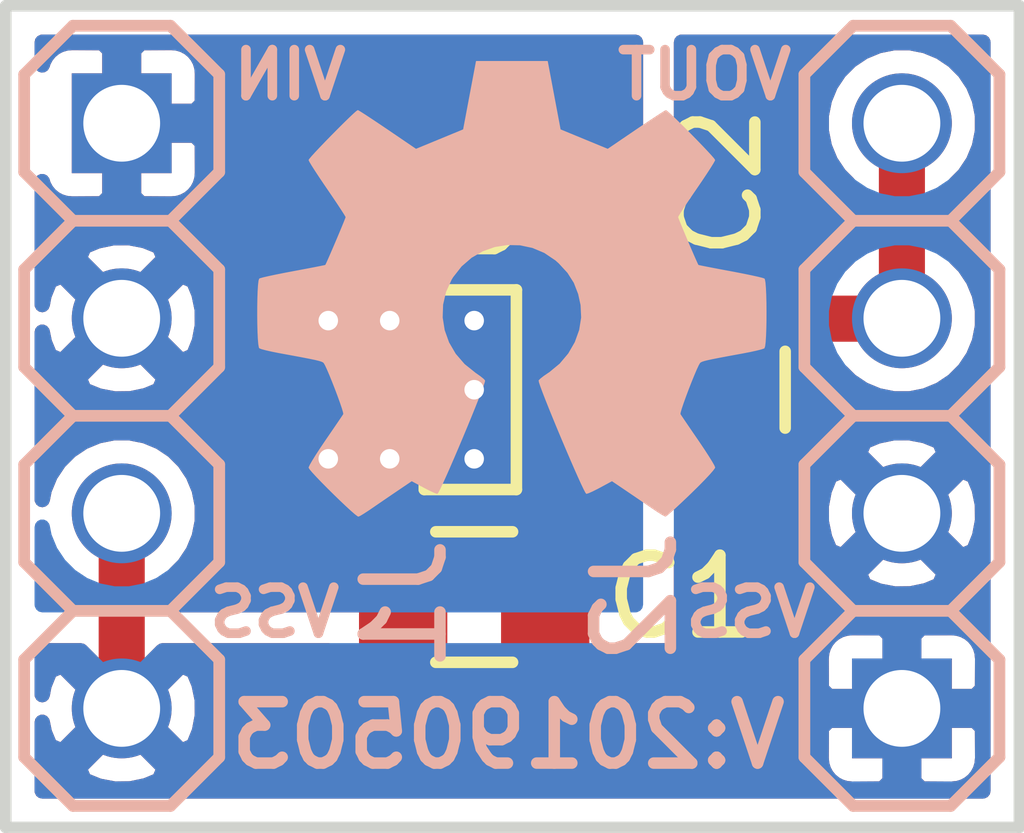
<source format=kicad_pcb>
(kicad_pcb (version 20171130) (host pcbnew 5.1.2-f72e74a~84~ubuntu18.04.1)

  (general
    (thickness 1.6)
    (drawings 4)
    (tracks 20)
    (zones 0)
    (modules 7)
    (nets 4)
  )

  (page A4)
  (layers
    (0 F.Cu signal)
    (31 B.Cu signal)
    (32 B.Adhes user)
    (33 F.Adhes user)
    (34 B.Paste user)
    (35 F.Paste user)
    (36 B.SilkS user)
    (37 F.SilkS user)
    (38 B.Mask user)
    (39 F.Mask user)
    (40 Dwgs.User user)
    (41 Cmts.User user)
    (42 Eco1.User user)
    (43 Eco2.User user)
    (44 Edge.Cuts user)
    (45 Margin user)
    (46 B.CrtYd user)
    (47 F.CrtYd user)
    (48 B.Fab user)
    (49 F.Fab user)
  )

  (setup
    (last_trace_width 0.6)
    (user_trace_width 0.1524)
    (user_trace_width 0.2)
    (user_trace_width 0.3)
    (user_trace_width 0.4)
    (user_trace_width 0.6)
    (user_trace_width 1)
    (user_trace_width 1.5)
    (user_trace_width 2)
    (trace_clearance 0.1524)
    (zone_clearance 0.3)
    (zone_45_only no)
    (trace_min 0.1524)
    (via_size 0.381)
    (via_drill 0.254)
    (via_min_size 0.381)
    (via_min_drill 0.254)
    (user_via 0.4 0.254)
    (user_via 0.6 0.4)
    (user_via 0.8 0.6)
    (user_via 1 0.8)
    (user_via 1.3 1)
    (user_via 1.5 1.2)
    (user_via 1.7 1.4)
    (user_via 1.9 1.6)
    (uvia_size 0.381)
    (uvia_drill 0.254)
    (uvias_allowed no)
    (uvia_min_size 0.381)
    (uvia_min_drill 0.254)
    (edge_width 0.15)
    (segment_width 0.2)
    (pcb_text_width 0.3)
    (pcb_text_size 1.5 1.5)
    (mod_edge_width 0.15)
    (mod_text_size 1 1)
    (mod_text_width 0.15)
    (pad_size 0.6 1)
    (pad_drill 0)
    (pad_to_mask_clearance 0.1)
    (solder_mask_min_width 0.1)
    (pad_to_paste_clearance_ratio -0.15)
    (aux_axis_origin 0 0)
    (visible_elements FFFFFF7F)
    (pcbplotparams
      (layerselection 0x010fc_ffffffff)
      (usegerberextensions true)
      (usegerberattributes false)
      (usegerberadvancedattributes false)
      (creategerberjobfile false)
      (excludeedgelayer true)
      (linewidth 0.100000)
      (plotframeref false)
      (viasonmask false)
      (mode 1)
      (useauxorigin false)
      (hpglpennumber 1)
      (hpglpenspeed 20)
      (hpglpendiameter 15.000000)
      (psnegative false)
      (psa4output false)
      (plotreference true)
      (plotvalue true)
      (plotinvisibletext false)
      (padsonsilk false)
      (subtractmaskfromsilk false)
      (outputformat 1)
      (mirror false)
      (drillshape 0)
      (scaleselection 1)
      (outputdirectory "OSH_Park_2_layer_plots"))
  )

  (net 0 "")
  (net 1 /VSS)
  (net 2 /VIN)
  (net 3 /VOUT)

  (net_class Default "This is the default net class."
    (clearance 0.1524)
    (trace_width 0.1524)
    (via_dia 0.381)
    (via_drill 0.254)
    (uvia_dia 0.381)
    (uvia_drill 0.254)
    (add_net /VIN)
    (add_net /VOUT)
    (add_net /VSS)
  )

  (module SquantorIC:SOT23-3-Microchip-CB (layer F.Cu) (tedit 5CCCA092) (tstamp 5CCCF61A)
    (at 148.05 91.1 90)
    (descr "SOT23 3 pin, Microchip name CB")
    (tags "SOT23 3pin Microchip CB")
    (path /5CCCD32F)
    (fp_text reference U1 (at 2.6 0.05 90) (layer F.SilkS)
      (effects (font (size 1 1) (thickness 0.15)))
    )
    (fp_text value MCP1702-CB (at 0 2.8 90) (layer F.Fab) hide
      (effects (font (size 1 1) (thickness 0.15)))
    )
    (fp_line (start -1.7 -2.2) (end -1.7 2.2) (layer F.CrtYd) (width 0.05))
    (fp_line (start 1.7 -2.2) (end -1.7 -2.2) (layer F.CrtYd) (width 0.05))
    (fp_line (start 1.7 2.2) (end 1.7 -2.2) (layer F.CrtYd) (width 0.05))
    (fp_line (start -1.7 2.2) (end 1.7 2.2) (layer F.CrtYd) (width 0.05))
    (fp_line (start -1.3 0.6) (end -1.3 -0.6) (layer F.SilkS) (width 0.15))
    (fp_line (start 1.3 0.6) (end -1.3 0.6) (layer F.SilkS) (width 0.15))
    (fp_line (start 1.3 -0.6) (end 1.3 0.6) (layer F.SilkS) (width 0.15))
    (fp_line (start -1.3 -0.6) (end 1.3 -0.6) (layer F.SilkS) (width 0.15))
    (pad 3 smd rect (at 0 -1.35 90) (size 0.6 1) (layers F.Cu F.Paste F.Mask)
      (net 2 /VIN) (zone_connect 2))
    (pad 2 smd rect (at 0.95 1.35 90) (size 0.6 1) (layers F.Cu F.Paste F.Mask)
      (net 3 /VOUT))
    (pad 1 smd rect (at -0.95 1.35 90) (size 0.6 1) (layers F.Cu F.Paste F.Mask)
      (net 1 /VSS))
  )

  (module SquantorConnectorsNamed:reference_output (layer B.Cu) (tedit 5CCB4FA4) (tstamp 5CCCF5FF)
    (at 153.67 91.44 90)
    (descr "PIN HEADER")
    (tags "PIN HEADER")
    (path /5CCCA968)
    (attr virtual)
    (fp_text reference J2 (at -2.36 -3.47 90) (layer B.SilkS)
      (effects (font (size 1 1) (thickness 0.15)) (justify mirror))
    )
    (fp_text value reference_output (at 0 -2.2 90) (layer B.Fab) hide
      (effects (font (size 1 1) (thickness 0.15)) (justify mirror))
    )
    (fp_text user VOUT (at 4.44 -2.57 180) (layer B.SilkS)
      (effects (font (size 0.6 0.6) (thickness 0.125)) (justify mirror))
    )
    (fp_text user VSS (at -2.56 -1.97 180) (layer B.SilkS)
      (effects (font (size 0.6 0.6) (thickness 0.125)) (justify mirror))
    )
    (fp_line (start 4.445 -1.27) (end 3.175 -1.27) (layer B.SilkS) (width 0.1524))
    (fp_line (start 2.54 -0.635) (end 3.175 -1.27) (layer B.SilkS) (width 0.1524))
    (fp_line (start 3.175 1.27) (end 2.54 0.635) (layer B.SilkS) (width 0.1524))
    (fp_line (start 5.08 -0.635) (end 4.445 -1.27) (layer B.SilkS) (width 0.1524))
    (fp_line (start 5.08 0.635) (end 5.08 -0.635) (layer B.SilkS) (width 0.1524))
    (fp_line (start 4.445 1.27) (end 5.08 0.635) (layer B.SilkS) (width 0.1524))
    (fp_line (start 3.175 1.27) (end 4.445 1.27) (layer B.SilkS) (width 0.1524))
    (fp_line (start -3.175 -1.27) (end -4.445 -1.27) (layer B.SilkS) (width 0.1524))
    (fp_line (start -5.08 -0.635) (end -4.445 -1.27) (layer B.SilkS) (width 0.1524))
    (fp_line (start -4.445 1.27) (end -5.08 0.635) (layer B.SilkS) (width 0.1524))
    (fp_line (start -5.08 0.635) (end -5.08 -0.635) (layer B.SilkS) (width 0.1524))
    (fp_line (start -1.905 -1.27) (end -2.54 -0.635) (layer B.SilkS) (width 0.1524))
    (fp_line (start -0.635 -1.27) (end -1.905 -1.27) (layer B.SilkS) (width 0.1524))
    (fp_line (start 0 -0.635) (end -0.635 -1.27) (layer B.SilkS) (width 0.1524))
    (fp_line (start 0 0.635) (end 0 -0.635) (layer B.SilkS) (width 0.1524))
    (fp_line (start -0.635 1.27) (end 0 0.635) (layer B.SilkS) (width 0.1524))
    (fp_line (start -1.905 1.27) (end -0.635 1.27) (layer B.SilkS) (width 0.1524))
    (fp_line (start -2.54 0.635) (end -1.905 1.27) (layer B.SilkS) (width 0.1524))
    (fp_line (start -2.54 -0.635) (end -3.175 -1.27) (layer B.SilkS) (width 0.1524))
    (fp_line (start -2.54 0.635) (end -2.54 -0.635) (layer B.SilkS) (width 0.1524))
    (fp_line (start -3.175 1.27) (end -2.54 0.635) (layer B.SilkS) (width 0.1524))
    (fp_line (start -4.445 1.27) (end -3.175 1.27) (layer B.SilkS) (width 0.1524))
    (fp_line (start 0.635 -1.27) (end 0 -0.635) (layer B.SilkS) (width 0.1524))
    (fp_line (start 1.905 -1.27) (end 0.635 -1.27) (layer B.SilkS) (width 0.1524))
    (fp_line (start 2.54 -0.635) (end 1.905 -1.27) (layer B.SilkS) (width 0.1524))
    (fp_line (start 2.54 0.635) (end 2.54 -0.635) (layer B.SilkS) (width 0.1524))
    (fp_line (start 1.905 1.27) (end 2.54 0.635) (layer B.SilkS) (width 0.1524))
    (fp_line (start 0.635 1.27) (end 1.905 1.27) (layer B.SilkS) (width 0.1524))
    (fp_line (start 0 0.635) (end 0.635 1.27) (layer B.SilkS) (width 0.1524))
    (pad 4 thru_hole circle (at 3.81 0 270) (size 1.3 1.3) (drill 1) (layers *.Cu *.Mask)
      (net 3 /VOUT))
    (pad 3 thru_hole circle (at 1.27 0 270) (size 1.3 1.3) (drill 1) (layers *.Cu *.Mask)
      (net 3 /VOUT))
    (pad 2 thru_hole circle (at -1.27 0 270) (size 1.3 1.3) (drill 1) (layers *.Cu *.Mask)
      (net 1 /VSS))
    (pad 1 thru_hole rect (at -3.81 0 270) (size 1.3 1.3) (drill 1) (layers *.Cu *.Mask)
      (net 1 /VSS))
  )

  (module SquantorConnectorsNamed:reference_input (layer B.Cu) (tedit 5CCB5024) (tstamp 5CCCF5D8)
    (at 143.51 91.44 270)
    (descr "PIN HEADER")
    (tags "PIN HEADER")
    (path /5CCC9F6B)
    (attr virtual)
    (fp_text reference J1 (at 2.46 -3.69 90) (layer B.SilkS)
      (effects (font (size 1 1) (thickness 0.15)) (justify mirror))
    )
    (fp_text value reference_input (at 0 -2.2 90) (layer B.Fab) hide
      (effects (font (size 1 1) (thickness 0.15)) (justify mirror))
    )
    (fp_text user VSS (at 2.56 -1.99) (layer B.SilkS)
      (effects (font (size 0.6 0.6) (thickness 0.125)) (justify mirror))
    )
    (fp_text user VIN (at -4.44 -2.19 180) (layer B.SilkS)
      (effects (font (size 0.6 0.6) (thickness 0.125)) (justify mirror))
    )
    (fp_line (start 4.445 -1.27) (end 3.175 -1.27) (layer B.SilkS) (width 0.1524))
    (fp_line (start 2.54 -0.635) (end 3.175 -1.27) (layer B.SilkS) (width 0.1524))
    (fp_line (start 3.175 1.27) (end 2.54 0.635) (layer B.SilkS) (width 0.1524))
    (fp_line (start 5.08 -0.635) (end 4.445 -1.27) (layer B.SilkS) (width 0.1524))
    (fp_line (start 5.08 0.635) (end 5.08 -0.635) (layer B.SilkS) (width 0.1524))
    (fp_line (start 4.445 1.27) (end 5.08 0.635) (layer B.SilkS) (width 0.1524))
    (fp_line (start 3.175 1.27) (end 4.445 1.27) (layer B.SilkS) (width 0.1524))
    (fp_line (start -3.175 -1.27) (end -4.445 -1.27) (layer B.SilkS) (width 0.1524))
    (fp_line (start -5.08 -0.635) (end -4.445 -1.27) (layer B.SilkS) (width 0.1524))
    (fp_line (start -4.445 1.27) (end -5.08 0.635) (layer B.SilkS) (width 0.1524))
    (fp_line (start -5.08 0.635) (end -5.08 -0.635) (layer B.SilkS) (width 0.1524))
    (fp_line (start -1.905 -1.27) (end -2.54 -0.635) (layer B.SilkS) (width 0.1524))
    (fp_line (start -0.635 -1.27) (end -1.905 -1.27) (layer B.SilkS) (width 0.1524))
    (fp_line (start 0 -0.635) (end -0.635 -1.27) (layer B.SilkS) (width 0.1524))
    (fp_line (start 0 0.635) (end 0 -0.635) (layer B.SilkS) (width 0.1524))
    (fp_line (start -0.635 1.27) (end 0 0.635) (layer B.SilkS) (width 0.1524))
    (fp_line (start -1.905 1.27) (end -0.635 1.27) (layer B.SilkS) (width 0.1524))
    (fp_line (start -2.54 0.635) (end -1.905 1.27) (layer B.SilkS) (width 0.1524))
    (fp_line (start -2.54 -0.635) (end -3.175 -1.27) (layer B.SilkS) (width 0.1524))
    (fp_line (start -2.54 0.635) (end -2.54 -0.635) (layer B.SilkS) (width 0.1524))
    (fp_line (start -3.175 1.27) (end -2.54 0.635) (layer B.SilkS) (width 0.1524))
    (fp_line (start -4.445 1.27) (end -3.175 1.27) (layer B.SilkS) (width 0.1524))
    (fp_line (start 0.635 -1.27) (end 0 -0.635) (layer B.SilkS) (width 0.1524))
    (fp_line (start 1.905 -1.27) (end 0.635 -1.27) (layer B.SilkS) (width 0.1524))
    (fp_line (start 2.54 -0.635) (end 1.905 -1.27) (layer B.SilkS) (width 0.1524))
    (fp_line (start 2.54 0.635) (end 2.54 -0.635) (layer B.SilkS) (width 0.1524))
    (fp_line (start 1.905 1.27) (end 2.54 0.635) (layer B.SilkS) (width 0.1524))
    (fp_line (start 0.635 1.27) (end 1.905 1.27) (layer B.SilkS) (width 0.1524))
    (fp_line (start 0 0.635) (end 0.635 1.27) (layer B.SilkS) (width 0.1524))
    (pad 4 thru_hole circle (at 3.81 0 90) (size 1.3 1.3) (drill 1) (layers *.Cu *.Mask)
      (net 1 /VSS))
    (pad 3 thru_hole circle (at 1.27 0 90) (size 1.3 1.3) (drill 1) (layers *.Cu *.Mask)
      (net 1 /VSS))
    (pad 2 thru_hole circle (at -1.27 0 90) (size 1.3 1.3) (drill 1) (layers *.Cu *.Mask)
      (net 2 /VIN))
    (pad 1 thru_hole rect (at -3.81 0 90) (size 1.3 1.3) (drill 1) (layers *.Cu *.Mask)
      (net 2 /VIN))
  )

  (module SquantorRcl:C_0805+0603 (layer F.Cu) (tedit 5CCB4DCF) (tstamp 5CCCF5B1)
    (at 151.3 91.1 270)
    (descr "Capacitor SMD 0805 and 0603 pad sizes, reflow soldering, based on AVX dimensions")
    (tags "capacitor 0805 0603 mixed")
    (path /5CCCC415)
    (attr smd)
    (fp_text reference C2 (at -2.7 0 90) (layer F.SilkS)
      (effects (font (size 1 1) (thickness 0.15)))
    )
    (fp_text value TBD (at 0 2.1 90) (layer F.Fab)
      (effects (font (size 1 1) (thickness 0.15)))
    )
    (fp_line (start -1 0.625) (end -1 -0.625) (layer F.Fab) (width 0.15))
    (fp_line (start 1 0.625) (end -1 0.625) (layer F.Fab) (width 0.15))
    (fp_line (start 1 -0.625) (end 1 0.625) (layer F.Fab) (width 0.15))
    (fp_line (start -1 -0.625) (end 1 -0.625) (layer F.Fab) (width 0.15))
    (fp_line (start -1.8 -1) (end 1.8 -1) (layer F.CrtYd) (width 0.05))
    (fp_line (start -1.8 1) (end 1.8 1) (layer F.CrtYd) (width 0.05))
    (fp_line (start -1.8 -1) (end -1.8 1) (layer F.CrtYd) (width 0.05))
    (fp_line (start 1.8 -1) (end 1.8 1) (layer F.CrtYd) (width 0.05))
    (fp_line (start 0.5 -0.85) (end -0.5 -0.85) (layer F.SilkS) (width 0.15))
    (fp_line (start -0.5 0.85) (end 0.5 0.85) (layer F.SilkS) (width 0.15))
    (pad 1 smd rect (at -0.925 0 270) (size 1.15 1.25) (layers F.Cu F.Paste F.Mask)
      (net 3 /VOUT))
    (pad 2 smd rect (at 0.925 0 270) (size 1.15 1.25) (layers F.Cu F.Paste F.Mask)
      (net 1 /VSS))
    (model Capacitors_SMD.3dshapes/C_0805.wrl
      (at (xyz 0 0 0))
      (scale (xyz 1 1 1))
      (rotate (xyz 0 0 0))
    )
  )

  (module SquantorRcl:C_0805+0603 (layer F.Cu) (tedit 5CCB4DCF) (tstamp 5CCCF5A1)
    (at 148.1 93.8 180)
    (descr "Capacitor SMD 0805 and 0603 pad sizes, reflow soldering, based on AVX dimensions")
    (tags "capacitor 0805 0603 mixed")
    (path /5CCCBCD0)
    (attr smd)
    (fp_text reference C1 (at -2.7 0) (layer F.SilkS)
      (effects (font (size 1 1) (thickness 0.15)))
    )
    (fp_text value TBD (at 0 2.1) (layer F.Fab) hide
      (effects (font (size 1 1) (thickness 0.15)))
    )
    (fp_line (start -1 0.625) (end -1 -0.625) (layer F.Fab) (width 0.15))
    (fp_line (start 1 0.625) (end -1 0.625) (layer F.Fab) (width 0.15))
    (fp_line (start 1 -0.625) (end 1 0.625) (layer F.Fab) (width 0.15))
    (fp_line (start -1 -0.625) (end 1 -0.625) (layer F.Fab) (width 0.15))
    (fp_line (start -1.8 -1) (end 1.8 -1) (layer F.CrtYd) (width 0.05))
    (fp_line (start -1.8 1) (end 1.8 1) (layer F.CrtYd) (width 0.05))
    (fp_line (start -1.8 -1) (end -1.8 1) (layer F.CrtYd) (width 0.05))
    (fp_line (start 1.8 -1) (end 1.8 1) (layer F.CrtYd) (width 0.05))
    (fp_line (start 0.5 -0.85) (end -0.5 -0.85) (layer F.SilkS) (width 0.15))
    (fp_line (start -0.5 0.85) (end 0.5 0.85) (layer F.SilkS) (width 0.15))
    (pad 1 smd rect (at -0.925 0 180) (size 1.15 1.25) (layers F.Cu F.Paste F.Mask)
      (net 1 /VSS))
    (pad 2 smd rect (at 0.925 0 180) (size 1.15 1.25) (layers F.Cu F.Paste F.Mask)
      (net 2 /VIN))
    (model Capacitors_SMD.3dshapes/C_0805.wrl
      (at (xyz 0 0 0))
      (scale (xyz 1 1 1))
      (rotate (xyz 0 0 0))
    )
  )

  (module Symbols:OSHW-Symbol_6.7x6mm_SilkScreen (layer B.Cu) (tedit 0) (tstamp 5A135134)
    (at 148.6 89.8 180)
    (descr "Open Source Hardware Symbol")
    (tags "Logo Symbol OSHW")
    (path /5A135869)
    (attr virtual)
    (fp_text reference N1 (at 0 0) (layer B.SilkS) hide
      (effects (font (size 1 1) (thickness 0.15)) (justify mirror))
    )
    (fp_text value OHWLOGO (at 0.75 0) (layer B.Fab) hide
      (effects (font (size 1 1) (thickness 0.15)) (justify mirror))
    )
    (fp_poly (pts (xy 0.555814 2.531069) (xy 0.639635 2.086445) (xy 0.94892 1.958947) (xy 1.258206 1.831449)
      (xy 1.629246 2.083754) (xy 1.733157 2.154004) (xy 1.827087 2.216728) (xy 1.906652 2.269062)
      (xy 1.96747 2.308143) (xy 2.005157 2.331107) (xy 2.015421 2.336058) (xy 2.03391 2.323324)
      (xy 2.07342 2.288118) (xy 2.129522 2.234938) (xy 2.197787 2.168282) (xy 2.273786 2.092646)
      (xy 2.353092 2.012528) (xy 2.431275 1.932426) (xy 2.503907 1.856836) (xy 2.566559 1.790255)
      (xy 2.614803 1.737182) (xy 2.64421 1.702113) (xy 2.651241 1.690377) (xy 2.641123 1.66874)
      (xy 2.612759 1.621338) (xy 2.569129 1.552807) (xy 2.513218 1.467785) (xy 2.448006 1.370907)
      (xy 2.410219 1.31565) (xy 2.341343 1.214752) (xy 2.28014 1.123701) (xy 2.229578 1.04703)
      (xy 2.192628 0.989272) (xy 2.172258 0.954957) (xy 2.169197 0.947746) (xy 2.176136 0.927252)
      (xy 2.195051 0.879487) (xy 2.223087 0.811168) (xy 2.257391 0.729011) (xy 2.295109 0.63973)
      (xy 2.333387 0.550042) (xy 2.36937 0.466662) (xy 2.400206 0.396306) (xy 2.423039 0.34569)
      (xy 2.435017 0.321529) (xy 2.435724 0.320578) (xy 2.454531 0.315964) (xy 2.504618 0.305672)
      (xy 2.580793 0.290713) (xy 2.677865 0.272099) (xy 2.790643 0.250841) (xy 2.856442 0.238582)
      (xy 2.97695 0.215638) (xy 3.085797 0.193805) (xy 3.177476 0.174278) (xy 3.246481 0.158252)
      (xy 3.287304 0.146921) (xy 3.295511 0.143326) (xy 3.303548 0.118994) (xy 3.310033 0.064041)
      (xy 3.31497 -0.015108) (xy 3.318364 -0.112026) (xy 3.320218 -0.220287) (xy 3.320538 -0.333465)
      (xy 3.319327 -0.445135) (xy 3.31659 -0.548868) (xy 3.312331 -0.638241) (xy 3.306555 -0.706826)
      (xy 3.299267 -0.748197) (xy 3.294895 -0.75681) (xy 3.268764 -0.767133) (xy 3.213393 -0.781892)
      (xy 3.136107 -0.799352) (xy 3.04423 -0.81778) (xy 3.012158 -0.823741) (xy 2.857524 -0.852066)
      (xy 2.735375 -0.874876) (xy 2.641673 -0.89308) (xy 2.572384 -0.907583) (xy 2.523471 -0.919292)
      (xy 2.490897 -0.929115) (xy 2.470628 -0.937956) (xy 2.458626 -0.946724) (xy 2.456947 -0.948457)
      (xy 2.440184 -0.976371) (xy 2.414614 -1.030695) (xy 2.382788 -1.104777) (xy 2.34726 -1.191965)
      (xy 2.310583 -1.285608) (xy 2.275311 -1.379052) (xy 2.243996 -1.465647) (xy 2.219193 -1.53874)
      (xy 2.203454 -1.591678) (xy 2.199332 -1.617811) (xy 2.199676 -1.618726) (xy 2.213641 -1.640086)
      (xy 2.245322 -1.687084) (xy 2.291391 -1.754827) (xy 2.348518 -1.838423) (xy 2.413373 -1.932982)
      (xy 2.431843 -1.959854) (xy 2.497699 -2.057275) (xy 2.55565 -2.146163) (xy 2.602538 -2.221412)
      (xy 2.635207 -2.27792) (xy 2.6505 -2.310581) (xy 2.651241 -2.314593) (xy 2.638392 -2.335684)
      (xy 2.602888 -2.377464) (xy 2.549293 -2.435445) (xy 2.482171 -2.505135) (xy 2.406087 -2.582045)
      (xy 2.325604 -2.661683) (xy 2.245287 -2.739561) (xy 2.169699 -2.811186) (xy 2.103405 -2.87207)
      (xy 2.050969 -2.917721) (xy 2.016955 -2.94365) (xy 2.007545 -2.947883) (xy 1.985643 -2.937912)
      (xy 1.9408 -2.91102) (xy 1.880321 -2.871736) (xy 1.833789 -2.840117) (xy 1.749475 -2.782098)
      (xy 1.649626 -2.713784) (xy 1.549473 -2.645579) (xy 1.495627 -2.609075) (xy 1.313371 -2.4858)
      (xy 1.160381 -2.56852) (xy 1.090682 -2.604759) (xy 1.031414 -2.632926) (xy 0.991311 -2.648991)
      (xy 0.981103 -2.651226) (xy 0.968829 -2.634722) (xy 0.944613 -2.588082) (xy 0.910263 -2.515609)
      (xy 0.867588 -2.421606) (xy 0.818394 -2.310374) (xy 0.76449 -2.186215) (xy 0.707684 -2.053432)
      (xy 0.649782 -1.916327) (xy 0.592593 -1.779202) (xy 0.537924 -1.646358) (xy 0.487584 -1.522098)
      (xy 0.44338 -1.410725) (xy 0.407119 -1.316539) (xy 0.380609 -1.243844) (xy 0.365658 -1.196941)
      (xy 0.363254 -1.180833) (xy 0.382311 -1.160286) (xy 0.424036 -1.126933) (xy 0.479706 -1.087702)
      (xy 0.484378 -1.084599) (xy 0.628264 -0.969423) (xy 0.744283 -0.835053) (xy 0.83143 -0.685784)
      (xy 0.888699 -0.525913) (xy 0.915086 -0.359737) (xy 0.909585 -0.191552) (xy 0.87119 -0.025655)
      (xy 0.798895 0.133658) (xy 0.777626 0.168513) (xy 0.666996 0.309263) (xy 0.536302 0.422286)
      (xy 0.390064 0.506997) (xy 0.232808 0.562806) (xy 0.069057 0.589126) (xy -0.096667 0.58537)
      (xy -0.259838 0.55095) (xy -0.415935 0.485277) (xy -0.560433 0.387765) (xy -0.605131 0.348187)
      (xy -0.718888 0.224297) (xy -0.801782 0.093876) (xy -0.858644 -0.052315) (xy -0.890313 -0.197088)
      (xy -0.898131 -0.35986) (xy -0.872062 -0.52344) (xy -0.814755 -0.682298) (xy -0.728856 -0.830906)
      (xy -0.617014 -0.963735) (xy -0.481877 -1.075256) (xy -0.464117 -1.087011) (xy -0.40785 -1.125508)
      (xy -0.365077 -1.158863) (xy -0.344628 -1.18016) (xy -0.344331 -1.180833) (xy -0.348721 -1.203871)
      (xy -0.366124 -1.256157) (xy -0.394732 -1.33339) (xy -0.432735 -1.431268) (xy -0.478326 -1.545491)
      (xy -0.529697 -1.671758) (xy -0.585038 -1.805767) (xy -0.642542 -1.943218) (xy -0.700399 -2.079808)
      (xy -0.756802 -2.211237) (xy -0.809942 -2.333205) (xy -0.85801 -2.441409) (xy -0.899199 -2.531549)
      (xy -0.931699 -2.599323) (xy -0.953703 -2.64043) (xy -0.962564 -2.651226) (xy -0.98964 -2.642819)
      (xy -1.040303 -2.620272) (xy -1.105817 -2.587613) (xy -1.141841 -2.56852) (xy -1.294832 -2.4858)
      (xy -1.477088 -2.609075) (xy -1.570125 -2.672228) (xy -1.671985 -2.741727) (xy -1.767438 -2.807165)
      (xy -1.81525 -2.840117) (xy -1.882495 -2.885273) (xy -1.939436 -2.921057) (xy -1.978646 -2.942938)
      (xy -1.991381 -2.947563) (xy -2.009917 -2.935085) (xy -2.050941 -2.900252) (xy -2.110475 -2.846678)
      (xy -2.184542 -2.777983) (xy -2.269165 -2.697781) (xy -2.322685 -2.646286) (xy -2.416319 -2.554286)
      (xy -2.497241 -2.471999) (xy -2.562177 -2.402945) (xy -2.607858 -2.350644) (xy -2.631011 -2.318616)
      (xy -2.633232 -2.312116) (xy -2.622924 -2.287394) (xy -2.594439 -2.237405) (xy -2.550937 -2.167212)
      (xy -2.495577 -2.081875) (xy -2.43152 -1.986456) (xy -2.413303 -1.959854) (xy -2.346927 -1.863167)
      (xy -2.287378 -1.776117) (xy -2.237984 -1.703595) (xy -2.202075 -1.650493) (xy -2.182981 -1.621703)
      (xy -2.181136 -1.618726) (xy -2.183895 -1.595782) (xy -2.198538 -1.545336) (xy -2.222513 -1.474041)
      (xy -2.253266 -1.388547) (xy -2.288244 -1.295507) (xy -2.324893 -1.201574) (xy -2.360661 -1.113399)
      (xy -2.392994 -1.037634) (xy -2.419338 -0.980931) (xy -2.437142 -0.949943) (xy -2.438407 -0.948457)
      (xy -2.449294 -0.939601) (xy -2.467682 -0.930843) (xy -2.497606 -0.921277) (xy -2.543103 -0.909996)
      (xy -2.608209 -0.896093) (xy -2.696961 -0.878663) (xy -2.813393 -0.856798) (xy -2.961542 -0.829591)
      (xy -2.993618 -0.823741) (xy -3.088686 -0.805374) (xy -3.171565 -0.787405) (xy -3.23493 -0.771569)
      (xy -3.271458 -0.7596) (xy -3.276356 -0.75681) (xy -3.284427 -0.732072) (xy -3.290987 -0.67679)
      (xy -3.296033 -0.597389) (xy -3.299559 -0.500296) (xy -3.301561 -0.391938) (xy -3.302036 -0.27874)
      (xy -3.300977 -0.167128) (xy -3.298382 -0.063529) (xy -3.294246 0.025632) (xy -3.288563 0.093928)
      (xy -3.281331 0.134934) (xy -3.276971 0.143326) (xy -3.252698 0.151792) (xy -3.197426 0.165565)
      (xy -3.116662 0.18345) (xy -3.015912 0.204252) (xy -2.900683 0.226777) (xy -2.837902 0.238582)
      (xy -2.718787 0.260849) (xy -2.612565 0.281021) (xy -2.524427 0.298085) (xy -2.459566 0.311031)
      (xy -2.423174 0.318845) (xy -2.417184 0.320578) (xy -2.407061 0.34011) (xy -2.385662 0.387157)
      (xy -2.355839 0.454997) (xy -2.320445 0.536909) (xy -2.282332 0.626172) (xy -2.244353 0.716065)
      (xy -2.20936 0.799865) (xy -2.180206 0.870853) (xy -2.159743 0.922306) (xy -2.150823 0.947503)
      (xy -2.150657 0.948604) (xy -2.160769 0.968481) (xy -2.189117 1.014223) (xy -2.232723 1.081283)
      (xy -2.288606 1.165116) (xy -2.353787 1.261174) (xy -2.391679 1.31635) (xy -2.460725 1.417519)
      (xy -2.52205 1.50937) (xy -2.572663 1.587256) (xy -2.609571 1.646531) (xy -2.629782 1.682549)
      (xy -2.632701 1.690623) (xy -2.620153 1.709416) (xy -2.585463 1.749543) (xy -2.533063 1.806507)
      (xy -2.467384 1.875815) (xy -2.392856 1.952969) (xy -2.313913 2.033475) (xy -2.234983 2.112837)
      (xy -2.1605 2.18656) (xy -2.094894 2.250148) (xy -2.042596 2.299106) (xy -2.008039 2.328939)
      (xy -1.996478 2.336058) (xy -1.977654 2.326047) (xy -1.932631 2.297922) (xy -1.865787 2.254546)
      (xy -1.781499 2.198782) (xy -1.684144 2.133494) (xy -1.610707 2.083754) (xy -1.239667 1.831449)
      (xy -0.621095 2.086445) (xy -0.537275 2.531069) (xy -0.453454 2.975693) (xy 0.471994 2.975693)
      (xy 0.555814 2.531069)) (layer B.SilkS) (width 0.01))
  )

  (module SquantorLabels:Label_version (layer F.Cu) (tedit 5B5A1E49) (tstamp 5B96DD88)
    (at 149.3 95.7)
    (path /5A1357A5)
    (fp_text reference N2 (at 0 1.4) (layer F.Fab) hide
      (effects (font (size 1 1) (thickness 0.15)))
    )
    (fp_text value 20190503 (at -1.3 -0.1) (layer B.SilkS)
      (effects (font (size 0.8 0.8) (thickness 0.15)) (justify mirror))
    )
    (fp_text user V: (at 2.3 -0.1) (layer B.SilkS)
      (effects (font (size 0.8 0.8) (thickness 0.15)) (justify mirror))
    )
  )

  (gr_line (start 142 96.8) (end 142 86.1) (layer Edge.Cuts) (width 0.15) (tstamp 5CCCF95E))
  (gr_line (start 155.2 96.8) (end 142 96.8) (layer Edge.Cuts) (width 0.15))
  (gr_line (start 155.2 86.1) (end 155.2 96.8) (layer Edge.Cuts) (width 0.15))
  (gr_line (start 142 86.1) (end 155.2 86.1) (layer Edge.Cuts) (width 0.15))

  (segment (start 149.4 92.05) (end 150.25 92.05) (width 0.6) (layer F.Cu) (net 1))
  (segment (start 150.25 92.05) (end 150.3 92) (width 0.6) (layer F.Cu) (net 1))
  (segment (start 150.3 92) (end 151.3 92) (width 0.6) (layer F.Cu) (net 1))
  (segment (start 149.025 93.8) (end 149.025 92.975) (width 0.6) (layer F.Cu) (net 1))
  (segment (start 149.025 92.975) (end 149.4 92.6) (width 0.6) (layer F.Cu) (net 1))
  (segment (start 149.4 92.6) (end 149.4 92.1) (width 0.6) (layer F.Cu) (net 1))
  (segment (start 143.51 92.71) (end 143.51 95.29) (width 0.6) (layer F.Cu) (net 1))
  (segment (start 143.51 95.29) (end 143.5 95.3) (width 0.6) (layer F.Cu) (net 1))
  (via (at 148.1 90.2) (size 0.4) (drill 0.254) (layers F.Cu B.Cu) (net 2))
  (via (at 148.1 91.1) (size 0.4) (drill 0.254) (layers F.Cu B.Cu) (net 2))
  (via (at 148.1 92) (size 0.4) (drill 0.254) (layers F.Cu B.Cu) (net 2))
  (via (at 147 90.2) (size 0.4) (drill 0.254) (layers F.Cu B.Cu) (net 2))
  (via (at 146.2 90.2) (size 0.4) (drill 0.254) (layers F.Cu B.Cu) (net 2))
  (via (at 146.2 92) (size 0.4) (drill 0.254) (layers F.Cu B.Cu) (net 2))
  (via (at 147 92) (size 0.4) (drill 0.254) (layers F.Cu B.Cu) (net 2))
  (segment (start 149.4 90.15) (end 151.25 90.15) (width 0.6) (layer F.Cu) (net 3))
  (segment (start 151.25 90.15) (end 151.3 90.2) (width 0.6) (layer F.Cu) (net 3))
  (segment (start 151.3 90.175) (end 153.675 90.175) (width 0.6) (layer F.Cu) (net 3))
  (segment (start 153.675 90.175) (end 153.7 90.2) (width 0.6) (layer F.Cu) (net 3))
  (segment (start 153.67 87.63) (end 153.67 90.17) (width 0.6) (layer F.Cu) (net 3))

  (zone (net 2) (net_name /VIN) (layer F.Cu) (tstamp 0) (hatch edge 0.508)
    (connect_pads (clearance 0.3))
    (min_thickness 0.2)
    (fill yes (arc_segments 32) (thermal_gap 0.3) (thermal_bridge_width 0.508))
    (polygon
      (pts
        (xy 142 86.1) (xy 150.3 86.1) (xy 150.3 94) (xy 142 94)
      )
    )
    (filled_polygon
      (pts
        (xy 150.2 89.45) (xy 149.919647 89.45) (xy 149.9 89.448065) (xy 148.9 89.448065) (xy 148.821586 89.455788)
        (xy 148.746186 89.47866) (xy 148.676697 89.515803) (xy 148.615789 89.565789) (xy 148.565803 89.626697) (xy 148.52866 89.696186)
        (xy 148.505788 89.771586) (xy 148.498065 89.85) (xy 148.498065 90.45) (xy 148.505788 90.528414) (xy 148.52866 90.603814)
        (xy 148.565803 90.673303) (xy 148.615789 90.734211) (xy 148.676697 90.784197) (xy 148.746186 90.82134) (xy 148.821586 90.844212)
        (xy 148.9 90.851935) (xy 149.9 90.851935) (xy 149.919647 90.85) (xy 150.2 90.85) (xy 150.2 91.306462)
        (xy 150.162776 91.310128) (xy 150.031336 91.35) (xy 149.919647 91.35) (xy 149.9 91.348065) (xy 148.9 91.348065)
        (xy 148.821586 91.355788) (xy 148.746186 91.37866) (xy 148.676697 91.415803) (xy 148.615789 91.465789) (xy 148.565803 91.526697)
        (xy 148.52866 91.596186) (xy 148.505788 91.671586) (xy 148.498065 91.75) (xy 148.498065 92.35) (xy 148.505788 92.428414)
        (xy 148.522583 92.483781) (xy 148.50571 92.504341) (xy 148.505708 92.504343) (xy 148.440155 92.584219) (xy 148.375155 92.705826)
        (xy 148.354759 92.773065) (xy 148.350473 92.787192) (xy 148.296186 92.80366) (xy 148.226697 92.840803) (xy 148.165789 92.890789)
        (xy 148.115803 92.951697) (xy 148.1 92.981262) (xy 148.084197 92.951697) (xy 148.034211 92.890789) (xy 147.973303 92.840803)
        (xy 147.903814 92.80366) (xy 147.828414 92.780788) (xy 147.75 92.773065) (xy 147.429 92.775) (xy 147.329 92.875)
        (xy 147.329 93.646) (xy 147.349 93.646) (xy 147.349 93.9) (xy 144.21 93.9) (xy 144.21 93.494925)
        (xy 144.325589 93.379336) (xy 144.440498 93.207362) (xy 144.453902 93.175) (xy 146.198065 93.175) (xy 146.2 93.546)
        (xy 146.3 93.646) (xy 147.021 93.646) (xy 147.021 92.875) (xy 146.921 92.775) (xy 146.6 92.773065)
        (xy 146.521586 92.780788) (xy 146.446186 92.80366) (xy 146.376697 92.840803) (xy 146.315789 92.890789) (xy 146.265803 92.951697)
        (xy 146.22866 93.021186) (xy 146.205788 93.096586) (xy 146.198065 93.175) (xy 144.453902 93.175) (xy 144.51965 93.016274)
        (xy 144.56 92.813416) (xy 144.56 92.606584) (xy 144.51965 92.403726) (xy 144.440498 92.212638) (xy 144.325589 92.040664)
        (xy 144.179336 91.894411) (xy 144.007362 91.779502) (xy 143.816274 91.70035) (xy 143.613416 91.66) (xy 143.406584 91.66)
        (xy 143.203726 91.70035) (xy 143.012638 91.779502) (xy 142.840664 91.894411) (xy 142.694411 92.040664) (xy 142.579502 92.212638)
        (xy 142.50035 92.403726) (xy 142.475 92.531172) (xy 142.475 90.945402) (xy 142.952387 90.945402) (xy 143.021069 91.104956)
        (xy 143.212865 91.182377) (xy 143.416079 91.220893) (xy 143.622902 91.219024) (xy 143.825387 91.176842) (xy 143.998931 91.104956)
        (xy 144.067613 90.945402) (xy 143.51 90.387789) (xy 142.952387 90.945402) (xy 142.475 90.945402) (xy 142.475 90.350221)
        (xy 142.503158 90.485387) (xy 142.575044 90.658931) (xy 142.734598 90.727613) (xy 143.292211 90.17) (xy 143.727789 90.17)
        (xy 144.285402 90.727613) (xy 144.444956 90.658931) (xy 144.522377 90.467135) (xy 144.560893 90.263921) (xy 144.559024 90.057098)
        (xy 144.516842 89.854613) (xy 144.444956 89.681069) (xy 144.285402 89.612387) (xy 143.727789 90.17) (xy 143.292211 90.17)
        (xy 142.734598 89.612387) (xy 142.575044 89.681069) (xy 142.497623 89.872865) (xy 142.475 89.992226) (xy 142.475 89.394598)
        (xy 142.952387 89.394598) (xy 143.51 89.952211) (xy 144.067613 89.394598) (xy 143.998931 89.235044) (xy 143.807135 89.157623)
        (xy 143.603921 89.119107) (xy 143.397098 89.120976) (xy 143.194613 89.163158) (xy 143.021069 89.235044) (xy 142.952387 89.394598)
        (xy 142.475 89.394598) (xy 142.475 88.388782) (xy 142.48866 88.433814) (xy 142.525803 88.503303) (xy 142.575789 88.564211)
        (xy 142.636697 88.614197) (xy 142.706186 88.65134) (xy 142.781586 88.674212) (xy 142.86 88.681935) (xy 143.256 88.68)
        (xy 143.356 88.58) (xy 143.356 87.784) (xy 143.664 87.784) (xy 143.664 88.58) (xy 143.764 88.68)
        (xy 144.16 88.681935) (xy 144.238414 88.674212) (xy 144.313814 88.65134) (xy 144.383303 88.614197) (xy 144.444211 88.564211)
        (xy 144.494197 88.503303) (xy 144.53134 88.433814) (xy 144.554212 88.358414) (xy 144.561935 88.28) (xy 144.56 87.884)
        (xy 144.46 87.784) (xy 143.664 87.784) (xy 143.356 87.784) (xy 143.336 87.784) (xy 143.336 87.476)
        (xy 143.356 87.476) (xy 143.356 86.68) (xy 143.664 86.68) (xy 143.664 87.476) (xy 144.46 87.476)
        (xy 144.56 87.376) (xy 144.561935 86.98) (xy 144.554212 86.901586) (xy 144.53134 86.826186) (xy 144.494197 86.756697)
        (xy 144.444211 86.695789) (xy 144.383303 86.645803) (xy 144.313814 86.60866) (xy 144.238414 86.585788) (xy 144.16 86.578065)
        (xy 143.764 86.58) (xy 143.664 86.68) (xy 143.356 86.68) (xy 143.256 86.58) (xy 142.86 86.578065)
        (xy 142.781586 86.585788) (xy 142.706186 86.60866) (xy 142.636697 86.645803) (xy 142.575789 86.695789) (xy 142.525803 86.756697)
        (xy 142.48866 86.826186) (xy 142.475 86.871218) (xy 142.475 86.575) (xy 150.2 86.575)
      )
    )
  )
  (zone (net 2) (net_name /VIN) (layer B.Cu) (tstamp 0) (hatch edge 0.508)
    (connect_pads (clearance 0.3))
    (min_thickness 0.2)
    (fill yes (arc_segments 32) (thermal_gap 0.3) (thermal_bridge_width 0.508))
    (polygon
      (pts
        (xy 142 86.1) (xy 150.3 86.1) (xy 150.3 94) (xy 142 94)
      )
    )
    (filled_polygon
      (pts
        (xy 150.2 93.9) (xy 142.475 93.9) (xy 142.475 92.888828) (xy 142.50035 93.016274) (xy 142.579502 93.207362)
        (xy 142.694411 93.379336) (xy 142.840664 93.525589) (xy 143.012638 93.640498) (xy 143.203726 93.71965) (xy 143.406584 93.76)
        (xy 143.613416 93.76) (xy 143.816274 93.71965) (xy 144.007362 93.640498) (xy 144.179336 93.525589) (xy 144.325589 93.379336)
        (xy 144.440498 93.207362) (xy 144.51965 93.016274) (xy 144.56 92.813416) (xy 144.56 92.606584) (xy 144.51965 92.403726)
        (xy 144.440498 92.212638) (xy 144.325589 92.040664) (xy 144.179336 91.894411) (xy 144.007362 91.779502) (xy 143.816274 91.70035)
        (xy 143.613416 91.66) (xy 143.406584 91.66) (xy 143.203726 91.70035) (xy 143.012638 91.779502) (xy 142.840664 91.894411)
        (xy 142.694411 92.040664) (xy 142.579502 92.212638) (xy 142.50035 92.403726) (xy 142.475 92.531172) (xy 142.475 90.945402)
        (xy 142.952387 90.945402) (xy 143.021069 91.104956) (xy 143.212865 91.182377) (xy 143.416079 91.220893) (xy 143.622902 91.219024)
        (xy 143.825387 91.176842) (xy 143.998931 91.104956) (xy 144.067613 90.945402) (xy 143.51 90.387789) (xy 142.952387 90.945402)
        (xy 142.475 90.945402) (xy 142.475 90.350221) (xy 142.503158 90.485387) (xy 142.575044 90.658931) (xy 142.734598 90.727613)
        (xy 143.292211 90.17) (xy 143.727789 90.17) (xy 144.285402 90.727613) (xy 144.444956 90.658931) (xy 144.522377 90.467135)
        (xy 144.560893 90.263921) (xy 144.559024 90.057098) (xy 144.516842 89.854613) (xy 144.444956 89.681069) (xy 144.285402 89.612387)
        (xy 143.727789 90.17) (xy 143.292211 90.17) (xy 142.734598 89.612387) (xy 142.575044 89.681069) (xy 142.497623 89.872865)
        (xy 142.475 89.992226) (xy 142.475 89.394598) (xy 142.952387 89.394598) (xy 143.51 89.952211) (xy 144.067613 89.394598)
        (xy 143.998931 89.235044) (xy 143.807135 89.157623) (xy 143.603921 89.119107) (xy 143.397098 89.120976) (xy 143.194613 89.163158)
        (xy 143.021069 89.235044) (xy 142.952387 89.394598) (xy 142.475 89.394598) (xy 142.475 88.388782) (xy 142.48866 88.433814)
        (xy 142.525803 88.503303) (xy 142.575789 88.564211) (xy 142.636697 88.614197) (xy 142.706186 88.65134) (xy 142.781586 88.674212)
        (xy 142.86 88.681935) (xy 143.256 88.68) (xy 143.356 88.58) (xy 143.356 87.784) (xy 143.664 87.784)
        (xy 143.664 88.58) (xy 143.764 88.68) (xy 144.16 88.681935) (xy 144.238414 88.674212) (xy 144.313814 88.65134)
        (xy 144.383303 88.614197) (xy 144.444211 88.564211) (xy 144.494197 88.503303) (xy 144.53134 88.433814) (xy 144.554212 88.358414)
        (xy 144.561935 88.28) (xy 144.56 87.884) (xy 144.46 87.784) (xy 143.664 87.784) (xy 143.356 87.784)
        (xy 143.336 87.784) (xy 143.336 87.476) (xy 143.356 87.476) (xy 143.356 86.68) (xy 143.664 86.68)
        (xy 143.664 87.476) (xy 144.46 87.476) (xy 144.56 87.376) (xy 144.561935 86.98) (xy 144.554212 86.901586)
        (xy 144.53134 86.826186) (xy 144.494197 86.756697) (xy 144.444211 86.695789) (xy 144.383303 86.645803) (xy 144.313814 86.60866)
        (xy 144.238414 86.585788) (xy 144.16 86.578065) (xy 143.764 86.58) (xy 143.664 86.68) (xy 143.356 86.68)
        (xy 143.256 86.58) (xy 142.86 86.578065) (xy 142.781586 86.585788) (xy 142.706186 86.60866) (xy 142.636697 86.645803)
        (xy 142.575789 86.695789) (xy 142.525803 86.756697) (xy 142.48866 86.826186) (xy 142.475 86.871218) (xy 142.475 86.575)
        (xy 150.2 86.575)
      )
    )
  )
  (zone (net 1) (net_name /VSS) (layer B.Cu) (tstamp 0) (hatch edge 0.508)
    (connect_pads (clearance 0.3))
    (min_thickness 0.2)
    (fill yes (arc_segments 32) (thermal_gap 0.3) (thermal_bridge_width 0.508))
    (polygon
      (pts
        (xy 142 94.4) (xy 150.7 94.4) (xy 150.7 86.1) (xy 155.2 86.1) (xy 155.2 96.8)
        (xy 142 96.8)
      )
    )
    (filled_polygon
      (pts
        (xy 154.725001 96.325) (xy 142.475 96.325) (xy 142.475 96.025402) (xy 142.952387 96.025402) (xy 143.021069 96.184956)
        (xy 143.212865 96.262377) (xy 143.416079 96.300893) (xy 143.622902 96.299024) (xy 143.825387 96.256842) (xy 143.998931 96.184956)
        (xy 144.067613 96.025402) (xy 143.942211 95.9) (xy 152.618065 95.9) (xy 152.625788 95.978414) (xy 152.64866 96.053814)
        (xy 152.685803 96.123303) (xy 152.735789 96.184211) (xy 152.796697 96.234197) (xy 152.866186 96.27134) (xy 152.941586 96.294212)
        (xy 153.02 96.301935) (xy 153.416 96.3) (xy 153.516 96.2) (xy 153.516 95.404) (xy 153.824 95.404)
        (xy 153.824 96.2) (xy 153.924 96.3) (xy 154.32 96.301935) (xy 154.398414 96.294212) (xy 154.473814 96.27134)
        (xy 154.543303 96.234197) (xy 154.604211 96.184211) (xy 154.654197 96.123303) (xy 154.69134 96.053814) (xy 154.714212 95.978414)
        (xy 154.721935 95.9) (xy 154.72 95.504) (xy 154.62 95.404) (xy 153.824 95.404) (xy 153.516 95.404)
        (xy 152.72 95.404) (xy 152.62 95.504) (xy 152.618065 95.9) (xy 143.942211 95.9) (xy 143.51 95.467789)
        (xy 142.952387 96.025402) (xy 142.475 96.025402) (xy 142.475 95.430221) (xy 142.503158 95.565387) (xy 142.575044 95.738931)
        (xy 142.734598 95.807613) (xy 143.292211 95.25) (xy 143.727789 95.25) (xy 144.285402 95.807613) (xy 144.444956 95.738931)
        (xy 144.522377 95.547135) (xy 144.560893 95.343921) (xy 144.559024 95.137098) (xy 144.516842 94.934613) (xy 144.444956 94.761069)
        (xy 144.285402 94.692387) (xy 143.727789 95.25) (xy 143.292211 95.25) (xy 142.734598 94.692387) (xy 142.575044 94.761069)
        (xy 142.497623 94.952865) (xy 142.475 95.072226) (xy 142.475 94.5) (xy 142.977789 94.5) (xy 143.51 95.032211)
        (xy 143.942211 94.6) (xy 152.618065 94.6) (xy 152.62 94.996) (xy 152.72 95.096) (xy 153.516 95.096)
        (xy 153.516 94.3) (xy 153.824 94.3) (xy 153.824 95.096) (xy 154.62 95.096) (xy 154.72 94.996)
        (xy 154.721935 94.6) (xy 154.714212 94.521586) (xy 154.69134 94.446186) (xy 154.654197 94.376697) (xy 154.604211 94.315789)
        (xy 154.543303 94.265803) (xy 154.473814 94.22866) (xy 154.398414 94.205788) (xy 154.32 94.198065) (xy 153.924 94.2)
        (xy 153.824 94.3) (xy 153.516 94.3) (xy 153.416 94.2) (xy 153.02 94.198065) (xy 152.941586 94.205788)
        (xy 152.866186 94.22866) (xy 152.796697 94.265803) (xy 152.735789 94.315789) (xy 152.685803 94.376697) (xy 152.64866 94.446186)
        (xy 152.625788 94.521586) (xy 152.618065 94.6) (xy 143.942211 94.6) (xy 144.042211 94.5) (xy 150.7 94.5)
        (xy 150.719509 94.498079) (xy 150.738268 94.492388) (xy 150.755557 94.483147) (xy 150.770711 94.470711) (xy 150.783147 94.455557)
        (xy 150.792388 94.438268) (xy 150.798079 94.419509) (xy 150.8 94.4) (xy 150.8 93.485402) (xy 153.112387 93.485402)
        (xy 153.181069 93.644956) (xy 153.372865 93.722377) (xy 153.576079 93.760893) (xy 153.782902 93.759024) (xy 153.985387 93.716842)
        (xy 154.158931 93.644956) (xy 154.227613 93.485402) (xy 153.67 92.927789) (xy 153.112387 93.485402) (xy 150.8 93.485402)
        (xy 150.8 92.616079) (xy 152.619107 92.616079) (xy 152.620976 92.822902) (xy 152.663158 93.025387) (xy 152.735044 93.198931)
        (xy 152.894598 93.267613) (xy 153.452211 92.71) (xy 153.887789 92.71) (xy 154.445402 93.267613) (xy 154.604956 93.198931)
        (xy 154.682377 93.007135) (xy 154.720893 92.803921) (xy 154.719024 92.597098) (xy 154.676842 92.394613) (xy 154.604956 92.221069)
        (xy 154.445402 92.152387) (xy 153.887789 92.71) (xy 153.452211 92.71) (xy 152.894598 92.152387) (xy 152.735044 92.221069)
        (xy 152.657623 92.412865) (xy 152.619107 92.616079) (xy 150.8 92.616079) (xy 150.8 91.934598) (xy 153.112387 91.934598)
        (xy 153.67 92.492211) (xy 154.227613 91.934598) (xy 154.158931 91.775044) (xy 153.967135 91.697623) (xy 153.763921 91.659107)
        (xy 153.557098 91.660976) (xy 153.354613 91.703158) (xy 153.181069 91.775044) (xy 153.112387 91.934598) (xy 150.8 91.934598)
        (xy 150.8 90.066584) (xy 152.62 90.066584) (xy 152.62 90.273416) (xy 152.66035 90.476274) (xy 152.739502 90.667362)
        (xy 152.854411 90.839336) (xy 153.000664 90.985589) (xy 153.172638 91.100498) (xy 153.363726 91.17965) (xy 153.566584 91.22)
        (xy 153.773416 91.22) (xy 153.976274 91.17965) (xy 154.167362 91.100498) (xy 154.339336 90.985589) (xy 154.485589 90.839336)
        (xy 154.600498 90.667362) (xy 154.67965 90.476274) (xy 154.72 90.273416) (xy 154.72 90.066584) (xy 154.67965 89.863726)
        (xy 154.600498 89.672638) (xy 154.485589 89.500664) (xy 154.339336 89.354411) (xy 154.167362 89.239502) (xy 153.976274 89.16035)
        (xy 153.773416 89.12) (xy 153.566584 89.12) (xy 153.363726 89.16035) (xy 153.172638 89.239502) (xy 153.000664 89.354411)
        (xy 152.854411 89.500664) (xy 152.739502 89.672638) (xy 152.66035 89.863726) (xy 152.62 90.066584) (xy 150.8 90.066584)
        (xy 150.8 87.526584) (xy 152.62 87.526584) (xy 152.62 87.733416) (xy 152.66035 87.936274) (xy 152.739502 88.127362)
        (xy 152.854411 88.299336) (xy 153.000664 88.445589) (xy 153.172638 88.560498) (xy 153.363726 88.63965) (xy 153.566584 88.68)
        (xy 153.773416 88.68) (xy 153.976274 88.63965) (xy 154.167362 88.560498) (xy 154.339336 88.445589) (xy 154.485589 88.299336)
        (xy 154.600498 88.127362) (xy 154.67965 87.936274) (xy 154.72 87.733416) (xy 154.72 87.526584) (xy 154.67965 87.323726)
        (xy 154.600498 87.132638) (xy 154.485589 86.960664) (xy 154.339336 86.814411) (xy 154.167362 86.699502) (xy 153.976274 86.62035)
        (xy 153.773416 86.58) (xy 153.566584 86.58) (xy 153.363726 86.62035) (xy 153.172638 86.699502) (xy 153.000664 86.814411)
        (xy 152.854411 86.960664) (xy 152.739502 87.132638) (xy 152.66035 87.323726) (xy 152.62 87.526584) (xy 150.8 87.526584)
        (xy 150.8 86.575) (xy 154.725 86.575)
      )
    )
  )
  (zone (net 1) (net_name /VSS) (layer F.Cu) (tstamp 0) (hatch edge 0.508)
    (connect_pads (clearance 0.3))
    (min_thickness 0.2)
    (fill yes (arc_segments 32) (thermal_gap 0.3) (thermal_bridge_width 0.508))
    (polygon
      (pts
        (xy 142 94.4) (xy 150.7 94.4) (xy 150.7 86.1) (xy 155.2 86.1) (xy 155.2 96.8)
        (xy 142 96.8)
      )
    )
    (filled_polygon
      (pts
        (xy 154.725001 96.325) (xy 142.475 96.325) (xy 142.475 96.025402) (xy 142.952387 96.025402) (xy 143.021069 96.184956)
        (xy 143.212865 96.262377) (xy 143.416079 96.300893) (xy 143.622902 96.299024) (xy 143.825387 96.256842) (xy 143.998931 96.184956)
        (xy 144.067613 96.025402) (xy 143.942211 95.9) (xy 152.618065 95.9) (xy 152.625788 95.978414) (xy 152.64866 96.053814)
        (xy 152.685803 96.123303) (xy 152.735789 96.184211) (xy 152.796697 96.234197) (xy 152.866186 96.27134) (xy 152.941586 96.294212)
        (xy 153.02 96.301935) (xy 153.416 96.3) (xy 153.516 96.2) (xy 153.516 95.404) (xy 153.824 95.404)
        (xy 153.824 96.2) (xy 153.924 96.3) (xy 154.32 96.301935) (xy 154.398414 96.294212) (xy 154.473814 96.27134)
        (xy 154.543303 96.234197) (xy 154.604211 96.184211) (xy 154.654197 96.123303) (xy 154.69134 96.053814) (xy 154.714212 95.978414)
        (xy 154.721935 95.9) (xy 154.72 95.504) (xy 154.62 95.404) (xy 153.824 95.404) (xy 153.516 95.404)
        (xy 152.72 95.404) (xy 152.62 95.504) (xy 152.618065 95.9) (xy 143.942211 95.9) (xy 143.51 95.467789)
        (xy 142.952387 96.025402) (xy 142.475 96.025402) (xy 142.475 95.430221) (xy 142.503158 95.565387) (xy 142.575044 95.738931)
        (xy 142.734598 95.807613) (xy 143.292211 95.25) (xy 143.727789 95.25) (xy 144.285402 95.807613) (xy 144.444956 95.738931)
        (xy 144.522377 95.547135) (xy 144.560893 95.343921) (xy 144.559024 95.137098) (xy 144.516842 94.934613) (xy 144.444956 94.761069)
        (xy 144.285402 94.692387) (xy 143.727789 95.25) (xy 143.292211 95.25) (xy 142.734598 94.692387) (xy 142.575044 94.761069)
        (xy 142.497623 94.952865) (xy 142.475 95.072226) (xy 142.475 94.5) (xy 142.977789 94.5) (xy 143.51 95.032211)
        (xy 144.042211 94.5) (xy 146.205452 94.5) (xy 146.205788 94.503414) (xy 146.22866 94.578814) (xy 146.265803 94.648303)
        (xy 146.315789 94.709211) (xy 146.376697 94.759197) (xy 146.446186 94.79634) (xy 146.521586 94.819212) (xy 146.6 94.826935)
        (xy 147.75 94.826935) (xy 147.828414 94.819212) (xy 147.903814 94.79634) (xy 147.973303 94.759197) (xy 148.034211 94.709211)
        (xy 148.084197 94.648303) (xy 148.1 94.618738) (xy 148.115803 94.648303) (xy 148.165789 94.709211) (xy 148.226697 94.759197)
        (xy 148.296186 94.79634) (xy 148.371586 94.819212) (xy 148.45 94.826935) (xy 148.771 94.825) (xy 148.871 94.725)
        (xy 148.871 94.5) (xy 149.179 94.5) (xy 149.179 94.725) (xy 149.279 94.825) (xy 149.6 94.826935)
        (xy 149.678414 94.819212) (xy 149.753814 94.79634) (xy 149.823303 94.759197) (xy 149.884211 94.709211) (xy 149.934197 94.648303)
        (xy 149.960015 94.6) (xy 152.618065 94.6) (xy 152.62 94.996) (xy 152.72 95.096) (xy 153.516 95.096)
        (xy 153.516 94.3) (xy 153.824 94.3) (xy 153.824 95.096) (xy 154.62 95.096) (xy 154.72 94.996)
        (xy 154.721935 94.6) (xy 154.714212 94.521586) (xy 154.69134 94.446186) (xy 154.654197 94.376697) (xy 154.604211 94.315789)
        (xy 154.543303 94.265803) (xy 154.473814 94.22866) (xy 154.398414 94.205788) (xy 154.32 94.198065) (xy 153.924 94.2)
        (xy 153.824 94.3) (xy 153.516 94.3) (xy 153.416 94.2) (xy 153.02 94.198065) (xy 152.941586 94.205788)
        (xy 152.866186 94.22866) (xy 152.796697 94.265803) (xy 152.735789 94.315789) (xy 152.685803 94.376697) (xy 152.64866 94.446186)
        (xy 152.625788 94.521586) (xy 152.618065 94.6) (xy 149.960015 94.6) (xy 149.97134 94.578814) (xy 149.994212 94.503414)
        (xy 149.994548 94.5) (xy 150.7 94.5) (xy 150.719509 94.498079) (xy 150.738268 94.492388) (xy 150.755557 94.483147)
        (xy 150.770711 94.470711) (xy 150.783147 94.455557) (xy 150.792388 94.438268) (xy 150.798079 94.419509) (xy 150.8 94.4)
        (xy 150.8 93.485402) (xy 153.112387 93.485402) (xy 153.181069 93.644956) (xy 153.372865 93.722377) (xy 153.576079 93.760893)
        (xy 153.782902 93.759024) (xy 153.985387 93.716842) (xy 154.158931 93.644956) (xy 154.227613 93.485402) (xy 153.67 92.927789)
        (xy 153.112387 93.485402) (xy 150.8 93.485402) (xy 150.8 93.001283) (xy 151.046 93) (xy 151.146 92.9)
        (xy 151.146 92.179) (xy 151.454 92.179) (xy 151.454 92.9) (xy 151.554 93) (xy 151.925 93.001935)
        (xy 152.003414 92.994212) (xy 152.078814 92.97134) (xy 152.148303 92.934197) (xy 152.209211 92.884211) (xy 152.259197 92.823303)
        (xy 152.29634 92.753814) (xy 152.319212 92.678414) (xy 152.325351 92.616079) (xy 152.619107 92.616079) (xy 152.620976 92.822902)
        (xy 152.663158 93.025387) (xy 152.735044 93.198931) (xy 152.894598 93.267613) (xy 153.452211 92.71) (xy 153.887789 92.71)
        (xy 154.445402 93.267613) (xy 154.604956 93.198931) (xy 154.682377 93.007135) (xy 154.720893 92.803921) (xy 154.719024 92.597098)
        (xy 154.676842 92.394613) (xy 154.604956 92.221069) (xy 154.445402 92.152387) (xy 153.887789 92.71) (xy 153.452211 92.71)
        (xy 152.894598 92.152387) (xy 152.735044 92.221069) (xy 152.657623 92.412865) (xy 152.619107 92.616079) (xy 152.325351 92.616079)
        (xy 152.326935 92.6) (xy 152.325 92.279) (xy 152.225 92.179) (xy 151.454 92.179) (xy 151.146 92.179)
        (xy 151.126 92.179) (xy 151.126 91.934598) (xy 153.112387 91.934598) (xy 153.67 92.492211) (xy 154.227613 91.934598)
        (xy 154.158931 91.775044) (xy 153.967135 91.697623) (xy 153.763921 91.659107) (xy 153.557098 91.660976) (xy 153.354613 91.703158)
        (xy 153.181069 91.775044) (xy 153.112387 91.934598) (xy 151.126 91.934598) (xy 151.126 91.871) (xy 151.146 91.871)
        (xy 151.146 91.851) (xy 151.454 91.851) (xy 151.454 91.871) (xy 152.225 91.871) (xy 152.325 91.771)
        (xy 152.326935 91.45) (xy 152.319212 91.371586) (xy 152.29634 91.296186) (xy 152.259197 91.226697) (xy 152.209211 91.165789)
        (xy 152.148303 91.115803) (xy 152.118738 91.1) (xy 152.148303 91.084197) (xy 152.209211 91.034211) (xy 152.259197 90.973303)
        (xy 152.29634 90.903814) (xy 152.305081 90.875) (xy 152.890075 90.875) (xy 153.000664 90.985589) (xy 153.172638 91.100498)
        (xy 153.363726 91.17965) (xy 153.566584 91.22) (xy 153.773416 91.22) (xy 153.976274 91.17965) (xy 154.167362 91.100498)
        (xy 154.339336 90.985589) (xy 154.485589 90.839336) (xy 154.600498 90.667362) (xy 154.67965 90.476274) (xy 154.72 90.273416)
        (xy 154.72 90.066584) (xy 154.67965 89.863726) (xy 154.600498 89.672638) (xy 154.485589 89.500664) (xy 154.37 89.385075)
        (xy 154.37 88.414925) (xy 154.485589 88.299336) (xy 154.600498 88.127362) (xy 154.67965 87.936274) (xy 154.72 87.733416)
        (xy 154.72 87.526584) (xy 154.67965 87.323726) (xy 154.600498 87.132638) (xy 154.485589 86.960664) (xy 154.339336 86.814411)
        (xy 154.167362 86.699502) (xy 153.976274 86.62035) (xy 153.773416 86.58) (xy 153.566584 86.58) (xy 153.363726 86.62035)
        (xy 153.172638 86.699502) (xy 153.000664 86.814411) (xy 152.854411 86.960664) (xy 152.739502 87.132638) (xy 152.66035 87.323726)
        (xy 152.62 87.526584) (xy 152.62 87.733416) (xy 152.66035 87.936274) (xy 152.739502 88.127362) (xy 152.854411 88.299336)
        (xy 152.97 88.414925) (xy 152.970001 89.385074) (xy 152.880075 89.475) (xy 152.305081 89.475) (xy 152.29634 89.446186)
        (xy 152.259197 89.376697) (xy 152.209211 89.315789) (xy 152.148303 89.265803) (xy 152.078814 89.22866) (xy 152.003414 89.205788)
        (xy 151.925 89.198065) (xy 150.8 89.198065) (xy 150.8 86.575) (xy 154.725 86.575)
      )
    )
  )
)

</source>
